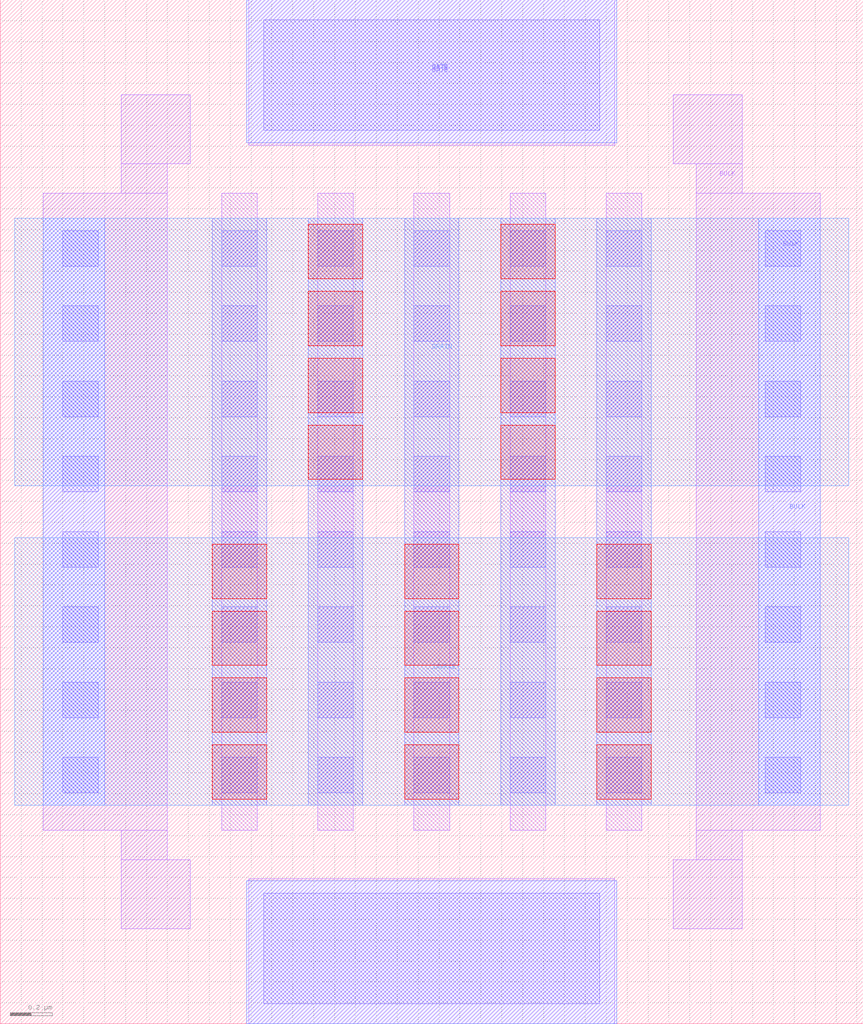
<source format=lef>
# Copyright 2020 The SkyWater PDK Authors
#
# Licensed under the Apache License, Version 2.0 (the "License");
# you may not use this file except in compliance with the License.
# You may obtain a copy of the License at
#
#     https://www.apache.org/licenses/LICENSE-2.0
#
# Unless required by applicable law or agreed to in writing, software
# distributed under the License is distributed on an "AS IS" BASIS,
# WITHOUT WARRANTIES OR CONDITIONS OF ANY KIND, either express or implied.
# See the License for the specific language governing permissions and
# limitations under the License.
#
# SPDX-License-Identifier: Apache-2.0

VERSION 5.7 ;
  NOWIREEXTENSIONATPIN ON ;
  DIVIDERCHAR "/" ;
  BUSBITCHARS "[]" ;
MACRO sky130_fd_pr__rf_pfet_01v8_bM04W3p00L0p18
  CLASS BLOCK ;
  FOREIGN sky130_fd_pr__rf_pfet_01v8_bM04W3p00L0p18 ;
  ORIGIN  0.000000  0.000000 ;
  SIZE  4.130000 BY  4.900000 ;
  PIN BULK
    ANTENNADIFFAREA  3.913000 ;
    ANTENNAGATEAREA  0.903000 ;
    PORT
      LAYER li1 ;
        RECT 0.205000 0.925000 0.800000 3.975000 ;
        RECT 0.580000 0.455000 0.910000 0.785000 ;
        RECT 0.580000 0.785000 0.800000 0.925000 ;
        RECT 0.580000 3.975000 0.800000 4.115000 ;
        RECT 0.580000 4.115000 0.910000 4.445000 ;
        RECT 3.220000 0.455000 3.550000 0.785000 ;
        RECT 3.220000 4.115000 3.550000 4.445000 ;
        RECT 3.330000 0.785000 3.550000 0.925000 ;
        RECT 3.330000 0.925000 3.925000 3.975000 ;
        RECT 3.330000 3.975000 3.550000 4.115000 ;
      LAYER mcon ;
        RECT 0.300000 1.105000 0.470000 1.275000 ;
        RECT 0.300000 1.465000 0.470000 1.635000 ;
        RECT 0.300000 1.825000 0.470000 1.995000 ;
        RECT 0.300000 2.185000 0.470000 2.355000 ;
        RECT 0.300000 2.545000 0.470000 2.715000 ;
        RECT 0.300000 2.905000 0.470000 3.075000 ;
        RECT 0.300000 3.265000 0.470000 3.435000 ;
        RECT 0.300000 3.625000 0.470000 3.795000 ;
        RECT 3.660000 1.105000 3.830000 1.275000 ;
        RECT 3.660000 1.465000 3.830000 1.635000 ;
        RECT 3.660000 1.825000 3.830000 1.995000 ;
        RECT 3.660000 2.185000 3.830000 2.355000 ;
        RECT 3.660000 2.545000 3.830000 2.715000 ;
        RECT 3.660000 2.905000 3.830000 3.075000 ;
        RECT 3.660000 3.265000 3.830000 3.435000 ;
        RECT 3.660000 3.625000 3.830000 3.795000 ;
    END
    PORT
      LAYER met1 ;
        RECT 0.205000 1.045000 0.500000 3.855000 ;
        RECT 3.630000 1.045000 3.925000 3.855000 ;
    END
  END BULK
  PIN DRAIN
    ANTENNADIFFAREA  1.685600 ;
    PORT
      LAYER met2 ;
        RECT 0.070000 2.575000 4.060000 3.855000 ;
    END
  END DRAIN
  PIN GATE
    ANTENNAGATEAREA  2.167200 ;
    PORT
      LAYER li1 ;
        RECT 1.190000 0.000000 2.940000 0.695000 ;
        RECT 1.190000 4.205000 2.940000 4.900000 ;
      LAYER mcon ;
        RECT 1.260000 0.095000 2.870000 0.625000 ;
        RECT 1.260000 4.275000 2.870000 4.805000 ;
    END
    PORT
      LAYER met1 ;
        RECT 1.180000 0.000000 2.950000 0.685000 ;
        RECT 1.180000 4.215000 2.950000 4.900000 ;
    END
  END GATE
  PIN SOURCE
    ANTENNADIFFAREA  2.528400 ;
    PORT
      LAYER met2 ;
        RECT 0.070000 1.045000 4.060000 2.325000 ;
    END
  END SOURCE
  OBS
    LAYER li1 ;
      RECT 1.060000 0.925000 1.230000 3.975000 ;
      RECT 1.520000 0.925000 1.690000 3.975000 ;
      RECT 1.980000 0.925000 2.150000 3.975000 ;
      RECT 2.440000 0.925000 2.610000 3.975000 ;
      RECT 2.900000 0.925000 3.070000 3.975000 ;
    LAYER mcon ;
      RECT 1.060000 1.105000 1.230000 1.275000 ;
      RECT 1.060000 1.465000 1.230000 1.635000 ;
      RECT 1.060000 1.825000 1.230000 1.995000 ;
      RECT 1.060000 2.185000 1.230000 2.355000 ;
      RECT 1.060000 2.545000 1.230000 2.715000 ;
      RECT 1.060000 2.905000 1.230000 3.075000 ;
      RECT 1.060000 3.265000 1.230000 3.435000 ;
      RECT 1.060000 3.625000 1.230000 3.795000 ;
      RECT 1.520000 1.105000 1.690000 1.275000 ;
      RECT 1.520000 1.465000 1.690000 1.635000 ;
      RECT 1.520000 1.825000 1.690000 1.995000 ;
      RECT 1.520000 2.185000 1.690000 2.355000 ;
      RECT 1.520000 2.545000 1.690000 2.715000 ;
      RECT 1.520000 2.905000 1.690000 3.075000 ;
      RECT 1.520000 3.265000 1.690000 3.435000 ;
      RECT 1.520000 3.625000 1.690000 3.795000 ;
      RECT 1.980000 1.105000 2.150000 1.275000 ;
      RECT 1.980000 1.465000 2.150000 1.635000 ;
      RECT 1.980000 1.825000 2.150000 1.995000 ;
      RECT 1.980000 2.185000 2.150000 2.355000 ;
      RECT 1.980000 2.545000 2.150000 2.715000 ;
      RECT 1.980000 2.905000 2.150000 3.075000 ;
      RECT 1.980000 3.265000 2.150000 3.435000 ;
      RECT 1.980000 3.625000 2.150000 3.795000 ;
      RECT 2.440000 1.105000 2.610000 1.275000 ;
      RECT 2.440000 1.465000 2.610000 1.635000 ;
      RECT 2.440000 1.825000 2.610000 1.995000 ;
      RECT 2.440000 2.185000 2.610000 2.355000 ;
      RECT 2.440000 2.545000 2.610000 2.715000 ;
      RECT 2.440000 2.905000 2.610000 3.075000 ;
      RECT 2.440000 3.265000 2.610000 3.435000 ;
      RECT 2.440000 3.625000 2.610000 3.795000 ;
      RECT 2.900000 1.105000 3.070000 1.275000 ;
      RECT 2.900000 1.465000 3.070000 1.635000 ;
      RECT 2.900000 1.825000 3.070000 1.995000 ;
      RECT 2.900000 2.185000 3.070000 2.355000 ;
      RECT 2.900000 2.545000 3.070000 2.715000 ;
      RECT 2.900000 2.905000 3.070000 3.075000 ;
      RECT 2.900000 3.265000 3.070000 3.435000 ;
      RECT 2.900000 3.625000 3.070000 3.795000 ;
    LAYER met1 ;
      RECT 1.015000 1.045000 1.275000 3.855000 ;
      RECT 1.475000 1.045000 1.735000 3.855000 ;
      RECT 1.935000 1.045000 2.195000 3.855000 ;
      RECT 2.395000 1.045000 2.655000 3.855000 ;
      RECT 2.855000 1.045000 3.115000 3.855000 ;
    LAYER via ;
      RECT 1.015000 1.075000 1.275000 1.335000 ;
      RECT 1.015000 1.395000 1.275000 1.655000 ;
      RECT 1.015000 1.715000 1.275000 1.975000 ;
      RECT 1.015000 2.035000 1.275000 2.295000 ;
      RECT 1.475000 2.605000 1.735000 2.865000 ;
      RECT 1.475000 2.925000 1.735000 3.185000 ;
      RECT 1.475000 3.245000 1.735000 3.505000 ;
      RECT 1.475000 3.565000 1.735000 3.825000 ;
      RECT 1.935000 1.075000 2.195000 1.335000 ;
      RECT 1.935000 1.395000 2.195000 1.655000 ;
      RECT 1.935000 1.715000 2.195000 1.975000 ;
      RECT 1.935000 2.035000 2.195000 2.295000 ;
      RECT 2.395000 2.605000 2.655000 2.865000 ;
      RECT 2.395000 2.925000 2.655000 3.185000 ;
      RECT 2.395000 3.245000 2.655000 3.505000 ;
      RECT 2.395000 3.565000 2.655000 3.825000 ;
      RECT 2.855000 1.075000 3.115000 1.335000 ;
      RECT 2.855000 1.395000 3.115000 1.655000 ;
      RECT 2.855000 1.715000 3.115000 1.975000 ;
      RECT 2.855000 2.035000 3.115000 2.295000 ;
  END
END sky130_fd_pr__rf_pfet_01v8_bM04W3p00L0p18
END LIBRARY

</source>
